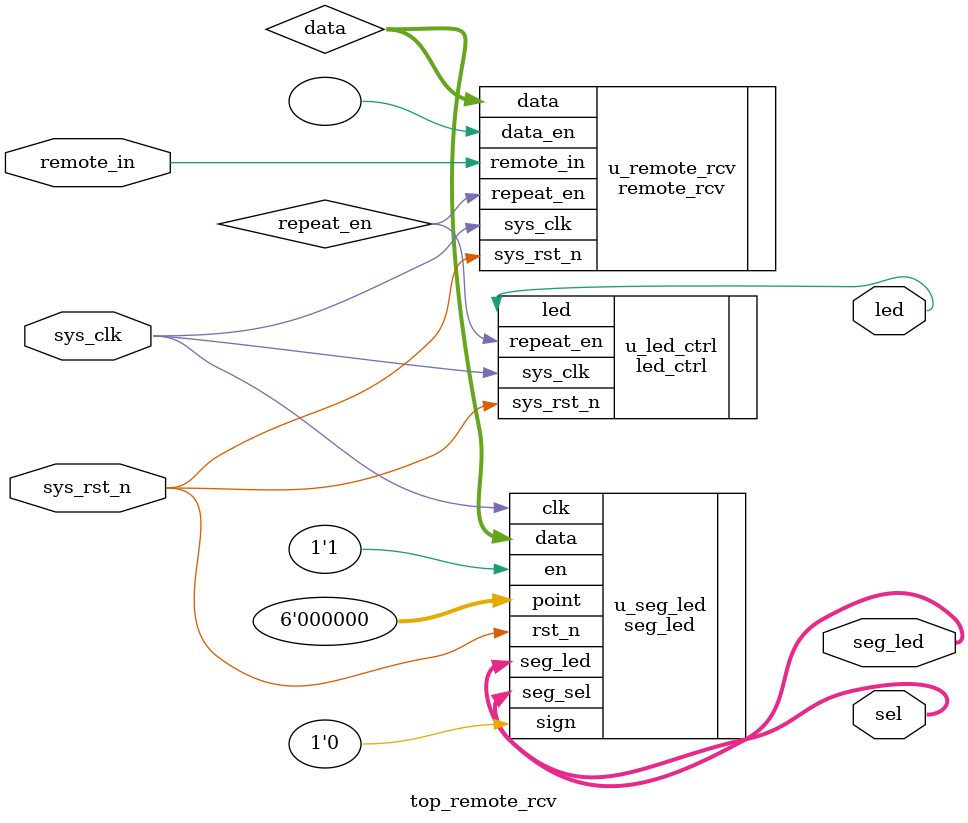
<source format=v>

module top_remote_rcv(
    input             sys_clk  ,    //系统时钟 
    input             sys_rst_n,    //系统复位信号，低电平有效
    input             remote_in,    //红外接收信号
    output     [5:0]  sel      ,    //数码管位选信号
    output     [7:0]  seg_led  ,    //数码管段选信号
    output            led           //led灯
);

//wire define
wire  [7:0]   data       ;
wire          repeat_en  ;

//*****************************************************
//**                    main code
//*****************************************************

//数码管显示模块
seg_led u_seg_led(
    .clk            (sys_clk),   
    .rst_n          (sys_rst_n),
    .seg_sel        (sel),   
    .seg_led        (seg_led),
    .data           (data),           //红外数据
    .point          (6'd0),           //无小数点
    .en             (1'b1),           //使能数码管
    .sign           (1'b0)            //无符号显示
    );

//HS0038B驱动模块
remote_rcv u_remote_rcv(               
    .sys_clk        (sys_clk),  
    .sys_rst_n      (sys_rst_n),    
    .remote_in      (remote_in),
    .repeat_en      (repeat_en),                
    .data_en        (),
    .data           (data)
    );

led_ctrl  u_led_ctrl(
    .sys_clk       (sys_clk),
    .sys_rst_n     (sys_rst_n),
    .repeat_en     (repeat_en),
    .led           (led)
    );

endmodule
</source>
